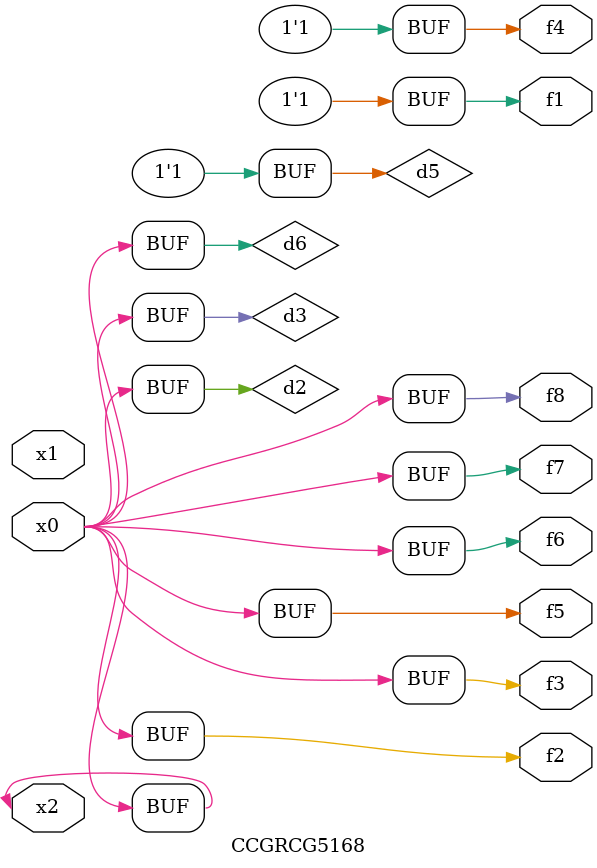
<source format=v>
module CCGRCG5168(
	input x0, x1, x2,
	output f1, f2, f3, f4, f5, f6, f7, f8
);

	wire d1, d2, d3, d4, d5, d6;

	xnor (d1, x2);
	buf (d2, x0, x2);
	and (d3, x0);
	xnor (d4, x1, x2);
	nand (d5, d1, d3);
	buf (d6, d2, d3);
	assign f1 = d5;
	assign f2 = d6;
	assign f3 = d6;
	assign f4 = d5;
	assign f5 = d6;
	assign f6 = d6;
	assign f7 = d6;
	assign f8 = d6;
endmodule

</source>
